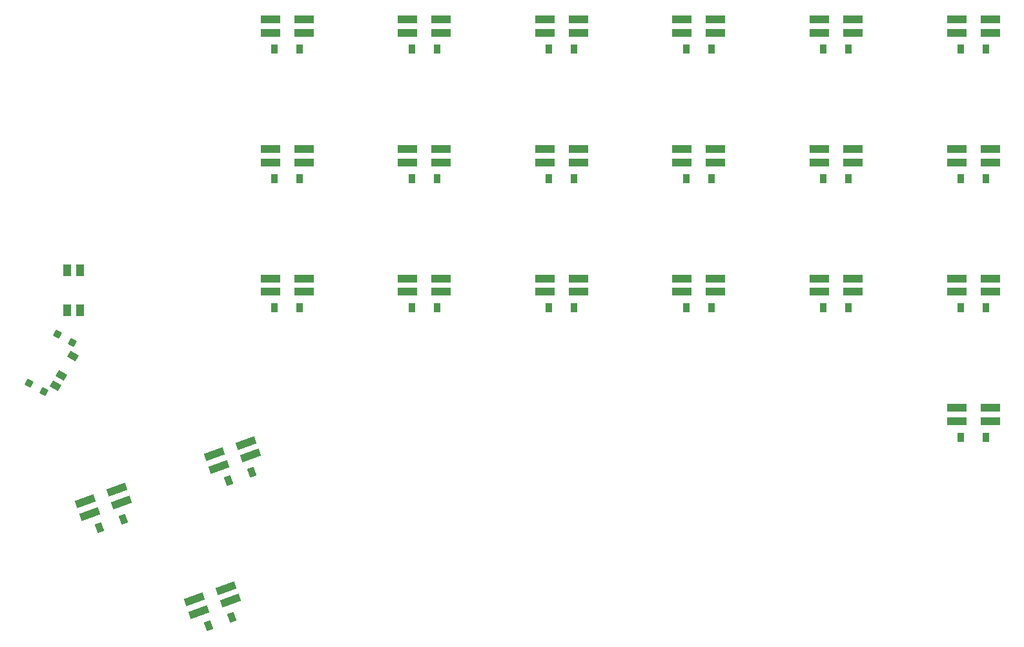
<source format=gbr>
%TF.GenerationSoftware,KiCad,Pcbnew,8.0.5*%
%TF.CreationDate,2024-09-15T18:22:07-04:00*%
%TF.ProjectId,theguy2,74686567-7579-4322-9e6b-696361645f70,v1.0.0*%
%TF.SameCoordinates,Original*%
%TF.FileFunction,Paste,Top*%
%TF.FilePolarity,Positive*%
%FSLAX46Y46*%
G04 Gerber Fmt 4.6, Leading zero omitted, Abs format (unit mm)*
G04 Created by KiCad (PCBNEW 8.0.5) date 2024-09-15 18:22:07*
%MOMM*%
%LPD*%
G01*
G04 APERTURE LIST*
G04 Aperture macros list*
%AMRotRect*
0 Rectangle, with rotation*
0 The origin of the aperture is its center*
0 $1 length*
0 $2 width*
0 $3 Rotation angle, in degrees counterclockwise*
0 Add horizontal line*
21,1,$1,$2,0,0,$3*%
G04 Aperture macros list end*
%ADD10RotRect,0.900000X0.900000X60.000000*%
%ADD11RotRect,0.900000X1.250000X60.000000*%
%ADD12R,2.600000X1.000000*%
%ADD13R,0.900000X1.200000*%
%ADD14RotRect,0.900000X1.200000X20.000000*%
%ADD15R,1.000000X1.550000*%
%ADD16RotRect,2.600000X1.000000X20.000000*%
G04 APERTURE END LIST*
D10*
%TO.C,T1*%
X174972372Y-106804294D03*
X176877628Y-107904294D03*
X178672372Y-100395706D03*
X180577628Y-101495706D03*
D11*
X180697003Y-103238943D03*
X179197003Y-105837019D03*
X178447003Y-107136057D03*
%TD*%
D12*
%TO.C,LED4*%
X296575000Y-110075000D03*
X296575000Y-111825000D03*
X300975000Y-111825000D03*
X300975000Y-110075000D03*
%TD*%
%TO.C,LED8*%
X278575000Y-93075000D03*
X278575000Y-94825000D03*
X282975000Y-94825000D03*
X282975000Y-93075000D03*
%TD*%
%TO.C,LED17*%
X224575000Y-93075000D03*
X224575000Y-94825000D03*
X228975000Y-94825000D03*
X228975000Y-93075000D03*
%TD*%
D13*
%TO.C,D6*%
X297125000Y-79950000D03*
X300425000Y-79950000D03*
%TD*%
D12*
%TO.C,LED6*%
X296575000Y-76075000D03*
X296575000Y-77825000D03*
X300975000Y-77825000D03*
X300975000Y-76075000D03*
%TD*%
%TO.C,LED10*%
X278575000Y-59075000D03*
X278575000Y-60825000D03*
X282975000Y-60825000D03*
X282975000Y-59075000D03*
%TD*%
%TO.C,LED5*%
X296575000Y-93075000D03*
X296575000Y-94825000D03*
X300975000Y-94825000D03*
X300975000Y-93075000D03*
%TD*%
D13*
%TO.C,D11*%
X261125000Y-96950000D03*
X264425000Y-96950000D03*
%TD*%
D12*
%TO.C,LED15*%
X242575000Y-76075000D03*
X242575000Y-77825000D03*
X246975000Y-77825000D03*
X246975000Y-76075000D03*
%TD*%
D13*
%TO.C,D7*%
X297125000Y-62950000D03*
X300425000Y-62950000D03*
%TD*%
%TO.C,D12*%
X261125000Y-79950000D03*
X264425000Y-79950000D03*
%TD*%
D12*
%TO.C,LED14*%
X242575000Y-93075000D03*
X242575000Y-94825000D03*
X246975000Y-94825000D03*
X246975000Y-93075000D03*
%TD*%
D13*
%TO.C,D8*%
X279125000Y-96950000D03*
X282425000Y-96950000D03*
%TD*%
%TO.C,D13*%
X261125000Y-62950000D03*
X264425000Y-62950000D03*
%TD*%
%TO.C,D19*%
X225125000Y-62950000D03*
X228425000Y-62950000D03*
%TD*%
D12*
%TO.C,LED18*%
X224575000Y-76075000D03*
X224575000Y-77825000D03*
X228975000Y-77825000D03*
X228975000Y-76075000D03*
%TD*%
D13*
%TO.C,D17*%
X225125000Y-96950000D03*
X228425000Y-96950000D03*
%TD*%
D12*
%TO.C,LED21*%
X206575000Y-76075000D03*
X206575000Y-77825000D03*
X210975000Y-77825000D03*
X210975000Y-76075000D03*
%TD*%
D13*
%TO.C,D5*%
X297125000Y-96950000D03*
X300425000Y-96950000D03*
%TD*%
%TO.C,D20*%
X207125000Y-96950000D03*
X210425000Y-96950000D03*
%TD*%
D12*
%TO.C,LED19*%
X224575000Y-59075000D03*
X224575000Y-60825000D03*
X228975000Y-60825000D03*
X228975000Y-59075000D03*
%TD*%
D13*
%TO.C,D10*%
X279125000Y-62950000D03*
X282425000Y-62950000D03*
%TD*%
D14*
%TO.C,D25*%
X198446269Y-138676876D03*
X201547255Y-137548210D03*
%TD*%
D12*
%TO.C,LED9*%
X278575000Y-76075000D03*
X278575000Y-77825000D03*
X282975000Y-77825000D03*
X282975000Y-76075000D03*
%TD*%
%TO.C,LED22*%
X206575000Y-59075000D03*
X206575000Y-60825000D03*
X210975000Y-60825000D03*
X210975000Y-59075000D03*
%TD*%
D13*
%TO.C,D4*%
X297125000Y-113950000D03*
X300425000Y-113950000D03*
%TD*%
%TO.C,D15*%
X243125000Y-79950000D03*
X246425000Y-79950000D03*
%TD*%
%TO.C,D18*%
X225125000Y-79950000D03*
X228425000Y-79950000D03*
%TD*%
D15*
%TO.C,B1*%
X179925000Y-97275000D03*
X179925000Y-92025000D03*
X181625000Y-97275000D03*
X181625000Y-92025000D03*
%TD*%
D13*
%TO.C,D21*%
X207125000Y-79950000D03*
X210425000Y-79950000D03*
%TD*%
D14*
%TO.C,D23*%
X201089160Y-119623920D03*
X204190146Y-118495254D03*
%TD*%
D12*
%TO.C,LED13*%
X260575000Y-59075000D03*
X260575000Y-60825000D03*
X264975000Y-60825000D03*
X264975000Y-59075000D03*
%TD*%
D13*
%TO.C,D14*%
X243125000Y-96950000D03*
X246425000Y-96950000D03*
%TD*%
%TO.C,D16*%
X243125000Y-62950000D03*
X246425000Y-62950000D03*
%TD*%
D12*
%TO.C,LED11*%
X260575000Y-93075000D03*
X260575000Y-94825000D03*
X264975000Y-94825000D03*
X264975000Y-93075000D03*
%TD*%
D16*
%TO.C,LED24*%
X182332535Y-122327085D03*
X182931070Y-123971547D03*
X187065717Y-122466659D03*
X186467182Y-120822197D03*
%TD*%
%TO.C,LED23*%
X199247002Y-116170723D03*
X199845537Y-117815185D03*
X203980184Y-116310297D03*
X203381649Y-114665835D03*
%TD*%
D12*
%TO.C,LED12*%
X260575000Y-76075000D03*
X260575000Y-77825000D03*
X264975000Y-77825000D03*
X264975000Y-76075000D03*
%TD*%
%TO.C,LED20*%
X206575000Y-93075000D03*
X206575000Y-94825000D03*
X210975000Y-94825000D03*
X210975000Y-93075000D03*
%TD*%
D13*
%TO.C,D22*%
X207125000Y-62950000D03*
X210425000Y-62950000D03*
%TD*%
D16*
%TO.C,LED25*%
X196604111Y-135223678D03*
X197202646Y-136868140D03*
X201337293Y-135363252D03*
X200738758Y-133718790D03*
%TD*%
D14*
%TO.C,D24*%
X184174693Y-125780283D03*
X187275679Y-124651617D03*
%TD*%
D12*
%TO.C,LED7*%
X296575000Y-59075000D03*
X296575000Y-60825000D03*
X300975000Y-60825000D03*
X300975000Y-59075000D03*
%TD*%
D13*
%TO.C,D9*%
X279125000Y-79950000D03*
X282425000Y-79950000D03*
%TD*%
D12*
%TO.C,LED16*%
X242575000Y-59075000D03*
X242575000Y-60825000D03*
X246975000Y-60825000D03*
X246975000Y-59075000D03*
%TD*%
M02*

</source>
